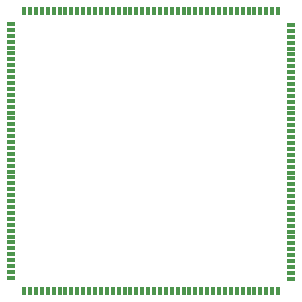
<source format=gbr>
%TF.GenerationSoftware,KiCad,Pcbnew,9.0.4*%
%TF.CreationDate,2025-11-13T11:22:40+01:00*%
%TF.ProjectId,Neptune-32x-315-5818-bypass,4e657074-756e-4652-9d33-32782d333135,rev?*%
%TF.SameCoordinates,Original*%
%TF.FileFunction,Soldermask,Bot*%
%TF.FilePolarity,Negative*%
%FSLAX46Y46*%
G04 Gerber Fmt 4.6, Leading zero omitted, Abs format (unit mm)*
G04 Created by KiCad (PCBNEW 9.0.4) date 2025-11-13 11:22:40*
%MOMM*%
%LPD*%
G01*
G04 APERTURE LIST*
%ADD10R,0.700000X0.300000*%
%ADD11R,0.300000X0.700000*%
G04 APERTURE END LIST*
D10*
%TO.C,IC1*%
X125294800Y-78200400D03*
X125294800Y-78700400D03*
X125294800Y-79200400D03*
X125294800Y-79700400D03*
X125294800Y-80200400D03*
X125294800Y-80700400D03*
X125294800Y-81200400D03*
X125294800Y-81700400D03*
X125294800Y-82200400D03*
X125294800Y-82700400D03*
X125294800Y-83200400D03*
X125294800Y-83700400D03*
X125294800Y-84200400D03*
X125294800Y-84700400D03*
X125294800Y-85200400D03*
X125294800Y-85700400D03*
X125294800Y-86200400D03*
X125294800Y-86700400D03*
X125294800Y-87200400D03*
X125294800Y-87700400D03*
X125294800Y-88200400D03*
X125294800Y-88700400D03*
X125294800Y-89200400D03*
X125294800Y-89700400D03*
X125294800Y-90200400D03*
X125294800Y-90700400D03*
X125294800Y-91200400D03*
X125294800Y-91700400D03*
X125294800Y-92200400D03*
X125294800Y-92700400D03*
X125294800Y-93200400D03*
X125294800Y-93700400D03*
X125294800Y-94200400D03*
X125294800Y-94700400D03*
X125294800Y-95200400D03*
X125294800Y-95700400D03*
X125294800Y-96200400D03*
X125294800Y-96700400D03*
X125294800Y-97200400D03*
X125294800Y-97700400D03*
X125294800Y-98200400D03*
X125294800Y-98700400D03*
X125294800Y-99200400D03*
X125294800Y-99700400D03*
D11*
X126378800Y-100784400D03*
X126878800Y-100784400D03*
X127378800Y-100784400D03*
X127878800Y-100784400D03*
X128378800Y-100784400D03*
X128878800Y-100784400D03*
X129378800Y-100784400D03*
X129878800Y-100784400D03*
X130378800Y-100784400D03*
X130878800Y-100784400D03*
X131378800Y-100784400D03*
X131878800Y-100784400D03*
X132378800Y-100784400D03*
X132878800Y-100784400D03*
X133378800Y-100784400D03*
X133878800Y-100784400D03*
X134378800Y-100784400D03*
X134878800Y-100784400D03*
X135378800Y-100784400D03*
X135878800Y-100784400D03*
X136378800Y-100784400D03*
X136878800Y-100784400D03*
X137378800Y-100784400D03*
X137878800Y-100784400D03*
X138378800Y-100784400D03*
X138878800Y-100784400D03*
X139378800Y-100784400D03*
X139878800Y-100784400D03*
X140378800Y-100784400D03*
X140878800Y-100784400D03*
X141378800Y-100784400D03*
X141878800Y-100784400D03*
X142378800Y-100784400D03*
X142878800Y-100784400D03*
X143378800Y-100784400D03*
X143878800Y-100784400D03*
X144378800Y-100784400D03*
X144878800Y-100784400D03*
X145378800Y-100784400D03*
X145878800Y-100784400D03*
X146378800Y-100784400D03*
X146878800Y-100784400D03*
X147378800Y-100784400D03*
X147878800Y-100784400D03*
D10*
X148962800Y-99782400D03*
X148962800Y-99282400D03*
X148962800Y-98782400D03*
X148962800Y-98282400D03*
X148962800Y-97782400D03*
X148962800Y-97282400D03*
X148962800Y-96782400D03*
X148962800Y-96282400D03*
X148962800Y-95782400D03*
X148962800Y-95282400D03*
X148962800Y-94782400D03*
X148962800Y-94282400D03*
X148962800Y-93782400D03*
X148962800Y-93282400D03*
X148962800Y-92782400D03*
X148962800Y-92282400D03*
X148962800Y-91782400D03*
X148962800Y-91282400D03*
X148962800Y-90782400D03*
X148962800Y-90282400D03*
X148962800Y-89782400D03*
X148962800Y-89282400D03*
X148962800Y-88782400D03*
X148962800Y-88282400D03*
X148962800Y-87782400D03*
X148962800Y-87282400D03*
X148962800Y-86782400D03*
X148962800Y-86282400D03*
X148962800Y-85782400D03*
X148962800Y-85282400D03*
X148962800Y-84782400D03*
X148962800Y-84282400D03*
X148962800Y-83782400D03*
X148962800Y-83282400D03*
X148962800Y-82782400D03*
X148962800Y-82282400D03*
X148962800Y-81782400D03*
X148962800Y-81282400D03*
X148962800Y-80782400D03*
X148962800Y-80282400D03*
X148962800Y-79782400D03*
X148962800Y-79282400D03*
X148962800Y-78782400D03*
X148962800Y-78282400D03*
D11*
X147878800Y-77116400D03*
X147378800Y-77116400D03*
X146878800Y-77116400D03*
X146378800Y-77116400D03*
X145878800Y-77116400D03*
X145378800Y-77116400D03*
X144878800Y-77116400D03*
X144378800Y-77116400D03*
X143878800Y-77116400D03*
X143378800Y-77116400D03*
X142878800Y-77116400D03*
X142378800Y-77116400D03*
X141878800Y-77116400D03*
X141378800Y-77116400D03*
X140878800Y-77116400D03*
X140378800Y-77116400D03*
X139878800Y-77116400D03*
X139378800Y-77116400D03*
X138878800Y-77116400D03*
X138378800Y-77116400D03*
X137878800Y-77116400D03*
X137378800Y-77116400D03*
X136878800Y-77116400D03*
X136378800Y-77116400D03*
X135878800Y-77116400D03*
X135378800Y-77116400D03*
X134878800Y-77116400D03*
X134378800Y-77116400D03*
X133878800Y-77116400D03*
X133378800Y-77116400D03*
X132878800Y-77116400D03*
X132378800Y-77116400D03*
X131878800Y-77116400D03*
X131378800Y-77116400D03*
X130878800Y-77116400D03*
X130378800Y-77116400D03*
X129878800Y-77116400D03*
X129378800Y-77116400D03*
X128878800Y-77116400D03*
X128378800Y-77116400D03*
X127878800Y-77116400D03*
X127378800Y-77116400D03*
X126878800Y-77116400D03*
X126378800Y-77116400D03*
%TD*%
M02*

</source>
